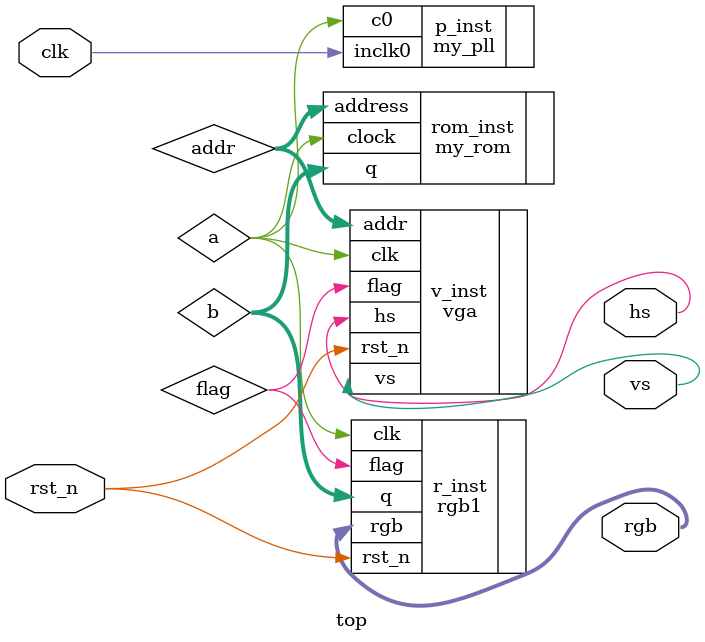
<source format=v>
module  top (clk,rst_n,hs,vs,rgb);
input   clk;
input   rst_n;

output  hs;
output  vs;
output  [7:0] rgb;
wire  a;
wire [15:0] addr;
wire  flag;
wire  [7:0] b;
vga  v_inst(
		.clk(a),
		.rst_n(rst_n),
		.hs(hs),
		.vs(vs),
		.addr(addr),
		.flag(flag)
		);
rgb1 r_inst(
		.clk(a),
		.rst_n(rst_n),
		.rgb(rgb),
		.flag(flag),
		.q(b)
        );
my_pll p_inst(
	.inclk0(clk),
	.c0(a)
	);
my_rom rom_inst (
	.address(addr),
	.clock(a),
	.q(b)
	);
endmodule
</source>
